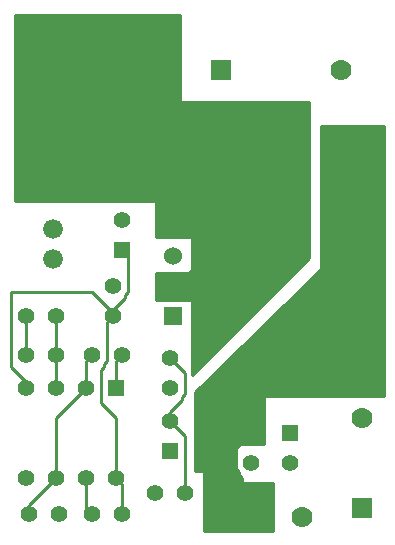
<source format=gtl>
G04 (created by PCBNEW (2012-nov-02)-testing) date Wed 16 Jan 2013 09:01:30 PM EST*
%MOIN*%
G04 Gerber Fmt 3.4, Leading zero omitted, Abs format*
%FSLAX34Y34*%
G01*
G70*
G90*
G04 APERTURE LIST*
%ADD10C,3.93701e-05*%
%ADD11R,0.055X0.055*%
%ADD12C,0.055*%
%ADD13R,0.06X0.06*%
%ADD14C,0.06*%
%ADD15C,0.066*%
%ADD16C,0.07*%
%ADD17R,0.07X0.07*%
%ADD18C,0.01*%
G04 APERTURE END LIST*
G54D10*
G54D11*
X63600Y-47500D03*
G54D12*
X63600Y-48500D03*
X54900Y-50200D03*
X55900Y-50200D03*
X57000Y-50200D03*
X58000Y-50200D03*
X57700Y-43600D03*
X57700Y-42600D03*
X55800Y-43600D03*
X54800Y-43600D03*
X59600Y-45000D03*
X59600Y-46000D03*
G54D13*
X59700Y-43600D03*
G54D14*
X59700Y-42600D03*
X59700Y-41600D03*
G54D15*
X55700Y-41700D03*
X55700Y-40700D03*
G54D11*
X57800Y-46000D03*
G54D12*
X56800Y-46000D03*
X55800Y-46000D03*
X54800Y-46000D03*
X54800Y-49000D03*
X55800Y-49000D03*
X56800Y-49000D03*
X57800Y-49000D03*
G54D16*
X62300Y-46100D03*
G54D17*
X62300Y-42100D03*
X66000Y-50000D03*
G54D16*
X66000Y-47000D03*
G54D17*
X61300Y-35400D03*
G54D16*
X55300Y-35400D03*
G54D17*
X65300Y-41400D03*
G54D16*
X65300Y-35400D03*
X64000Y-50300D03*
X62000Y-50300D03*
G54D11*
X58000Y-41400D03*
G54D12*
X58000Y-40400D03*
G54D11*
X59600Y-48100D03*
G54D12*
X59600Y-47100D03*
X55800Y-44900D03*
X54800Y-44900D03*
X62300Y-48500D03*
X62300Y-47500D03*
X60100Y-49500D03*
X59100Y-49500D03*
X58000Y-44900D03*
X57000Y-44900D03*
G54D18*
X57000Y-50200D02*
X56800Y-50000D01*
X56800Y-50000D02*
X56800Y-49000D01*
X59600Y-47100D02*
X60100Y-47600D01*
X60100Y-47600D02*
X60100Y-49500D01*
X59600Y-45000D02*
X60100Y-45500D01*
X60100Y-45500D02*
X60100Y-46200D01*
X60100Y-46200D02*
X60000Y-46300D01*
X60000Y-46300D02*
X60000Y-46400D01*
X60000Y-46400D02*
X59600Y-46800D01*
X59600Y-46800D02*
X59600Y-47100D01*
X58000Y-44900D02*
X57800Y-45100D01*
X57800Y-45100D02*
X57800Y-46000D01*
X56800Y-46000D02*
X55800Y-47000D01*
X55800Y-47000D02*
X55800Y-49000D01*
X55800Y-49000D02*
X54900Y-49900D01*
X54900Y-49900D02*
X54900Y-50200D01*
X57000Y-44900D02*
X56800Y-45100D01*
X56800Y-45100D02*
X56800Y-46000D01*
X54800Y-46000D02*
X54800Y-45800D01*
X57700Y-43500D02*
X57700Y-43600D01*
X57000Y-42800D02*
X57700Y-43500D01*
X54300Y-42800D02*
X57000Y-42800D01*
X54300Y-45300D02*
X54300Y-42800D01*
X54800Y-45800D02*
X54300Y-45300D01*
X57700Y-43600D02*
X57500Y-43800D01*
X57500Y-43800D02*
X57500Y-45100D01*
X57500Y-45100D02*
X57400Y-45200D01*
X57400Y-45200D02*
X57400Y-45300D01*
X57400Y-45300D02*
X57300Y-45400D01*
X57300Y-45400D02*
X57300Y-46500D01*
X57300Y-46500D02*
X57800Y-47000D01*
X57800Y-47000D02*
X57800Y-49000D01*
X58000Y-41400D02*
X58200Y-41600D01*
X58200Y-41600D02*
X58200Y-42800D01*
X58200Y-42800D02*
X58100Y-42900D01*
X58100Y-42900D02*
X58100Y-43000D01*
X58100Y-43000D02*
X57700Y-43400D01*
X57700Y-43400D02*
X57700Y-43600D01*
X57800Y-49000D02*
X58000Y-49200D01*
X58000Y-49200D02*
X58000Y-50200D01*
X55300Y-35400D02*
X55300Y-36900D01*
X62300Y-39000D02*
X62300Y-42100D01*
X62100Y-38800D02*
X62300Y-39000D01*
X57200Y-38800D02*
X62100Y-38800D01*
X55300Y-36900D02*
X57200Y-38800D01*
X62300Y-42100D02*
X60300Y-42100D01*
X59800Y-42600D02*
X59700Y-42600D01*
X60300Y-42100D02*
X59800Y-42600D01*
X54800Y-43600D02*
X54800Y-44900D01*
X55800Y-43600D02*
X55800Y-44900D01*
X55800Y-44900D02*
X55800Y-46000D01*
X65300Y-41400D02*
X62300Y-44400D01*
X62300Y-44400D02*
X62300Y-46100D01*
X62300Y-47500D02*
X61800Y-48000D01*
X61800Y-48000D02*
X61800Y-48700D01*
X61800Y-48700D02*
X61900Y-48800D01*
X61900Y-48800D02*
X61900Y-48900D01*
X61900Y-48900D02*
X62000Y-49000D01*
X62000Y-49000D02*
X62000Y-50300D01*
X62300Y-46100D02*
X62300Y-47500D01*
G54D10*
G36*
X64250Y-41679D02*
X60350Y-45579D01*
X60350Y-43050D01*
X59150Y-43050D01*
X59150Y-42150D01*
X60350Y-42150D01*
X60350Y-40950D01*
X59150Y-40950D01*
X59150Y-39750D01*
X54450Y-39750D01*
X54450Y-33550D01*
X59950Y-33550D01*
X59950Y-36450D01*
X64250Y-36450D01*
X64250Y-41679D01*
X64250Y-41679D01*
G37*
G54D18*
X64250Y-41679D02*
X60350Y-45579D01*
X60350Y-43050D01*
X59150Y-43050D01*
X59150Y-42150D01*
X60350Y-42150D01*
X60350Y-40950D01*
X59150Y-40950D01*
X59150Y-39750D01*
X54450Y-39750D01*
X54450Y-33550D01*
X59950Y-33550D01*
X59950Y-36450D01*
X64250Y-36450D01*
X64250Y-41679D01*
G54D10*
G36*
X66750Y-46250D02*
X62750Y-46250D01*
X62750Y-47850D01*
X61750Y-47850D01*
X61750Y-48711D01*
X61969Y-49150D01*
X63050Y-49150D01*
X63050Y-50750D01*
X60750Y-50750D01*
X60750Y-48750D01*
X60450Y-48750D01*
X60450Y-46121D01*
X64650Y-42021D01*
X64650Y-38500D01*
X64650Y-37250D01*
X66750Y-37250D01*
X66750Y-38500D01*
X66750Y-46250D01*
X66750Y-46250D01*
G37*
G54D18*
X66750Y-46250D02*
X62750Y-46250D01*
X62750Y-47850D01*
X61750Y-47850D01*
X61750Y-48711D01*
X61969Y-49150D01*
X63050Y-49150D01*
X63050Y-50750D01*
X60750Y-50750D01*
X60750Y-48750D01*
X60450Y-48750D01*
X60450Y-46121D01*
X64650Y-42021D01*
X64650Y-38500D01*
X64650Y-37250D01*
X66750Y-37250D01*
X66750Y-38500D01*
X66750Y-46250D01*
M02*

</source>
